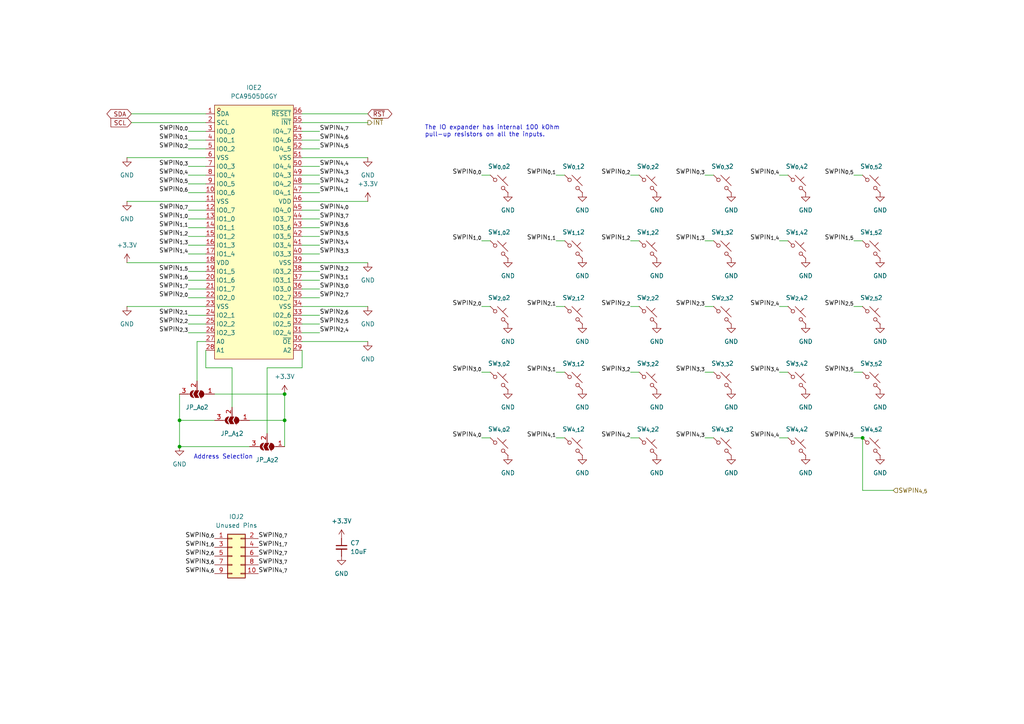
<source format=kicad_sch>
(kicad_sch (version 20250114) (generator "eeschema") (generator_version "9.0")
  (paper "A4")
  (title_block (title "Switches Left Half") (date "2025-08-14") (rev "2") (company "Jakub Hlusička"))
  (lib_symbols
    (symbol "Connector_Generic:Conn_02x05_Odd_Even" (pin_names (offset 1.016) (hide yes))
      (property "Reference" "J" (at 1.27 7.62 0))
      (property "Value" "Conn_02x05_Odd_Even" (at 1.27 -7.62 0))
      (symbol "Conn_02x05_Odd_Even_1_1"
        (rectangle (start -1.27 6.35) (end 3.81 -6.35) (stroke (width 0.254)) (fill (type background)))
        (rectangle (start -1.27 5.207) (end 0 4.953) (stroke (width 0.1524)))
        (rectangle (start -1.27 2.667) (end 0 2.413) (stroke (width 0.1524)))
        (rectangle (start -1.27 0.127) (end 0 -0.127) (stroke (width 0.1524)))
        (rectangle (start -1.27 -2.413) (end 0 -2.667) (stroke (width 0.1524)))
        (rectangle (start -1.27 -4.953) (end 0 -5.207) (stroke (width 0.1524)))
        (rectangle (start 3.81 5.207) (end 2.54 4.953) (stroke (width 0.1524)))
        (rectangle (start 3.81 2.667) (end 2.54 2.413) (stroke (width 0.1524)))
        (rectangle (start 3.81 0.127) (end 2.54 -0.127) (stroke (width 0.1524)))
        (rectangle (start 3.81 -2.413) (end 2.54 -2.667) (stroke (width 0.1524)))
        (rectangle (start 3.81 -4.953) (end 2.54 -5.207) (stroke (width 0.1524)))
        (pin passive line (at -5.08 5.08 0) (length 3.81) (name "Pin_1") (number "1"))
        (pin passive line (at -5.08 2.54 0) (length 3.81) (name "Pin_3") (number "3"))
        (pin passive line (at -5.08 0 0) (length 3.81) (name "Pin_5") (number "5"))
        (pin passive line (at -5.08 -2.54 0) (length 3.81) (name "Pin_7") (number "7"))
        (pin passive line (at -5.08 -5.08 0) (length 3.81) (name "Pin_9") (number "9"))
        (pin passive line (at 7.62 5.08 180) (length 3.81) (name "Pin_2") (number "2"))
        (pin passive line (at 7.62 2.54 180) (length 3.81) (name "Pin_4") (number "4"))
        (pin passive line (at 7.62 0 180) (length 3.81) (name "Pin_6") (number "6"))
        (pin passive line (at 7.62 -2.54 180) (length 3.81) (name "Pin_8") (number "8"))
        (pin passive line (at 7.62 -5.08 180) (length 3.81) (name "Pin_10") (number "10"))
      )
    )
    (symbol "Device:C_Small" (pin_numbers (hide yes)) (pin_names (offset 0.254) (hide yes))
      (property "Reference" "C" (at 0.254 1.778 0))
      (property "Value" "C_Small" (at 0.254 -2.032 0))
      (symbol "C_Small_0_1"
        (polyline (pts (xy -1.524 0.508) (xy 1.524 0.508)) (stroke (width 0.3048)))
        (polyline (pts (xy -1.524 -0.508) (xy 1.524 -0.508)) (stroke (width 0.3302)))
      )
      (symbol "C_Small_1_1"
        (pin passive line (at 0 2.54 270) (length 2.032) (name "~") (number "1"))
        (pin passive line (at 0 -2.54 90) (length 2.032) (name "~") (number "2"))
      )
    )
    (symbol "Library:SolderJumper_3_Open_ArrowPlusMinus" (pin_names (offset 0) (hide yes)) (in_bom no)
      (property "Reference" "JP7" (at 0 3.81 0))
      (property "Value" "CS TFT" (at 0 6.35 0))
      (symbol "SolderJumper_3_Open_ArrowPlusMinus_0_1"
        (polyline (pts (xy -2.54 0) (xy -2.032 0)))
        (arc (start -1.27 1.27) (mid -1.27 1.27) (end -1.27 1.27))
        (arc (start -1.27 1.27) (mid -1.27 1.27) (end -1.27 1.27))
        (polyline (pts (xy -1.016 1.016) (xy -0.508 0) (xy -1.016 -1.016)) (fill (type outline)))
        (arc (start -1.016 -1.016) (mid -2.032 0) (end -1.016 1.016) (fill (type outline)))
        (polyline (pts (xy -0.508 -1.016) (xy 0 0) (xy -0.508 1.016) (xy 0.508 1.016) (xy 1.016 0) (xy 0.508 -1.016) (xy -0.508 -1.016)) (fill (type outline)))
        (polyline (pts (xy 0 -1.27) (xy 0 -1.016)))
        (polyline (pts (xy 1.016 1.016) (xy 1.524 0.762) (xy 1.778 0.508) (xy 2.032 0) (xy 1.778 -0.508) (xy 1.524 -0.762) (xy 1.016 -1.016) (xy 1.524 0) (xy 1.016 1.016)) (fill (type outline)))
        (arc (start 1.016 1.016) (mid 2.032 0) (end 1.016 -1.016))
        (polyline (pts (xy 1.016 -1.016) (xy 1.524 0) (xy 1.016 1.016)))
        (polyline (pts (xy 2.54 0) (xy 2.032 0)))
      )
      (symbol "SolderJumper_3_Open_ArrowPlusMinus_1_1"
        (pin passive line (at -5.08 0 0) (length 2.54) (name "+") (number "1"))
        (pin passive line (at 0 -3.81 90) (length 2.54) (name "C") (number "2"))
        (pin passive line (at 5.08 0 180) (length 2.54) (name "-") (number "3"))
      )
    )
    (symbol "Switch:SW_Push_45deg" (pin_numbers (hide yes)) (pin_names (offset 1.016) (hide yes))
      (property "Reference" "SW" (at 3.048 1.016 0))
      (property "Value" "SW_Push_45deg" (at 0 -3.81 0))
      (symbol "SW_Push_45deg_0_1"
        (polyline (pts (xy -2.54 2.54) (xy -1.524 1.524) (xy -1.524 1.524)))
        (circle (center -1.1684 1.1684) (radius 0.508))
        (polyline (pts (xy -0.508 2.54) (xy 2.54 -0.508)))
        (polyline (pts (xy 1.016 1.016) (xy 2.032 2.032)))
        (circle (center 1.143 -1.1938) (radius 0.508))
        (polyline (pts (xy 1.524 -1.524) (xy 2.54 -2.54) (xy 2.54 -2.54) (xy 2.54 -2.54)))
        (pin passive line (at -2.54 2.54 0) (length 0) (name "1") (number "1"))
        (pin passive line (at 2.54 -2.54 180) (length 0) (name "2") (number "2"))
      )
    )
    (symbol "easyeda2kicad:PCA9505DGGY"
      (property "Reference" "U" (at 0 39.37 0))
      (property "Value" "PCA9505DGGY" (at 0 -39.37 0))
      (symbol "PCA9505DGGY_0_1"
        (rectangle (start -11.43 36.83) (end 11.43 -36.83) (fill (type background)))
        (circle (center -10.16 35.56) (radius 0.38))
      )
      (symbol "PCA9505DGGY_1_1"
        (pin bidirectional line (at -13.97 34.29 0) (length 2.54) (name "SDA") (number "1"))
        (pin input line (at -13.97 31.75 0) (length 2.54) (name "SCL") (number "2"))
        (pin bidirectional line (at -13.97 29.21 0) (length 2.54) (name "IO0_0") (number "3"))
        (pin bidirectional line (at -13.97 26.67 0) (length 2.54) (name "IO0_1") (number "4"))
        (pin bidirectional line (at -13.97 24.13 0) (length 2.54) (name "IO0_2") (number "5"))
        (pin power_in line (at -13.97 21.59 0) (length 2.54) (name "VSS") (number "6"))
        (pin bidirectional line (at -13.97 19.05 0) (length 2.54) (name "IO0_3") (number "7"))
        (pin bidirectional line (at -13.97 16.51 0) (length 2.54) (name "IO0_4") (number "8"))
        (pin bidirectional line (at -13.97 13.97 0) (length 2.54) (name "IO0_5") (number "9"))
        (pin bidirectional line (at -13.97 11.43 0) (length 2.54) (name "IO0_6") (number "10"))
        (pin power_in line (at -13.97 8.89 0) (length 2.54) (name "VSS") (number "11"))
        (pin bidirectional line (at -13.97 6.35 0) (length 2.54) (name "IO0_7") (number "12"))
        (pin bidirectional line (at -13.97 3.81 0) (length 2.54) (name "IO1_0") (number "13"))
        (pin bidirectional line (at -13.97 1.27 0) (length 2.54) (name "IO1_1") (number "14"))
        (pin bidirectional line (at -13.97 -1.27 0) (length 2.54) (name "IO1_2") (number "15"))
        (pin bidirectional line (at -13.97 -3.81 0) (length 2.54) (name "IO1_3") (number "16"))
        (pin bidirectional line (at -13.97 -6.35 0) (length 2.54) (name "IO1_4") (number "17"))
        (pin power_in line (at -13.97 -8.89 0) (length 2.54) (name "VDD") (number "18"))
        (pin bidirectional line (at -13.97 -11.43 0) (length 2.54) (name "IO1_5") (number "19"))
        (pin bidirectional line (at -13.97 -13.97 0) (length 2.54) (name "IO1_6") (number "20"))
        (pin bidirectional line (at -13.97 -16.51 0) (length 2.54) (name "IO1_7") (number "21"))
        (pin bidirectional line (at -13.97 -19.05 0) (length 2.54) (name "IO2_0") (number "22"))
        (pin power_in line (at -13.97 -21.59 0) (length 2.54) (name "VSS") (number "23"))
        (pin bidirectional line (at -13.97 -24.13 0) (length 2.54) (name "IO2_1") (number "24"))
        (pin bidirectional line (at -13.97 -26.67 0) (length 2.54) (name "IO2_2") (number "25"))
        (pin bidirectional line (at -13.97 -29.21 0) (length 2.54) (name "IO2_3") (number "26"))
        (pin input line (at -13.97 -31.75 0) (length 2.54) (name "A0") (number "27"))
        (pin input line (at -13.97 -34.29 0) (length 2.54) (name "A1") (number "28"))
        (pin input line (at 13.97 34.29 180) (length 2.54) (name "~{RESET}") (number "56"))
        (pin open_collector line (at 13.97 31.75 180) (length 2.54) (name "~{INT}") (number "55"))
        (pin bidirectional line (at 13.97 29.21 180) (length 2.54) (name "IO4_7") (number "54"))
        (pin bidirectional line (at 13.97 26.67 180) (length 2.54) (name "IO4_6") (number "53"))
        (pin bidirectional line (at 13.97 24.13 180) (length 2.54) (name "IO4_5") (number "52"))
        (pin power_in line (at 13.97 21.59 180) (length 2.54) (name "VSS") (number "51"))
        (pin bidirectional line (at 13.97 19.05 180) (length 2.54) (name "IO4_4") (number "50"))
        (pin bidirectional line (at 13.97 16.51 180) (length 2.54) (name "IO4_3") (number "49"))
        (pin bidirectional line (at 13.97 13.97 180) (length 2.54) (name "IO4_2") (number "48"))
        (pin bidirectional line (at 13.97 11.43 180) (length 2.54) (name "IO4_1") (number "47"))
        (pin power_in line (at 13.97 8.89 180) (length 2.54) (name "VDD") (number "46"))
        (pin bidirectional line (at 13.97 6.35 180) (length 2.54) (name "IO4_0") (number "45"))
        (pin bidirectional line (at 13.97 3.81 180) (length 2.54) (name "IO3_7") (number "44"))
        (pin bidirectional line (at 13.97 1.27 180) (length 2.54) (name "IO3_6") (number "43"))
        (pin bidirectional line (at 13.97 -1.27 180) (length 2.54) (name "IO3_5") (number "42"))
        (pin bidirectional line (at 13.97 -3.81 180) (length 2.54) (name "IO3_4") (number "41"))
        (pin bidirectional line (at 13.97 -6.35 180) (length 2.54) (name "IO3_3") (number "40"))
        (pin power_in line (at 13.97 -8.89 180) (length 2.54) (name "VSS") (number "39"))
        (pin bidirectional line (at 13.97 -11.43 180) (length 2.54) (name "IO3_2") (number "38"))
        (pin bidirectional line (at 13.97 -13.97 180) (length 2.54) (name "IO3_1") (number "37"))
        (pin bidirectional line (at 13.97 -16.51 180) (length 2.54) (name "IO3_0") (number "36"))
        (pin bidirectional line (at 13.97 -19.05 180) (length 2.54) (name "IO2_7") (number "35"))
        (pin power_in line (at 13.97 -21.59 180) (length 2.54) (name "VSS") (number "34"))
        (pin bidirectional line (at 13.97 -24.13 180) (length 2.54) (name "IO2_6") (number "33"))
        (pin bidirectional line (at 13.97 -26.67 180) (length 2.54) (name "IO2_5") (number "32"))
        (pin bidirectional line (at 13.97 -29.21 180) (length 2.54) (name "IO2_4") (number "31"))
        (pin input line (at 13.97 -31.75 180) (length 2.54) (name "~{OE}") (number "30"))
        (pin input line (at 13.97 -34.29 180) (length 2.54) (name "A2") (number "29"))
      )
    )
    (symbol "power:+3.3V" (power) (pin_numbers (hide yes)) (pin_names (offset 0) (hide yes))
      (property "Value" "+3.3V" (at 0 3.556 0))
      (symbol "+3.3V_0_1"
        (polyline (pts (xy -0.762 1.27) (xy 0 2.54)))
        (polyline (pts (xy 0 2.54) (xy 0.762 1.27)))
        (polyline (pts (xy 0 0) (xy 0 2.54)))
      )
      (symbol "+3.3V_1_1"
        (pin power_in line (at 0 0 90) (length 0) (name "~") (number "1"))
      )
    )
    (symbol "power:GND" (power) (pin_numbers (hide yes)) (pin_names (offset 0) (hide yes))
      (property "Value" "GND" (at 0 -3.81 0))
      (symbol "GND_0_1"
        (polyline (pts (xy 0 0) (xy 0 -1.27) (xy 1.27 -1.27) (xy 0 -2.54) (xy -1.27 -1.27) (xy 0 -1.27)))
      )
      (symbol "GND_1_1"
        (pin power_in line (at 0 0 270) (length 0) (name "~") (number "1"))
      )
    )
  )
  (text "Address Selection" (at 64.77 132.588 0) (effects (font (size 1.27 1.27))))
  (text "The IO expander has internal 100 kOhm\npull-up resistors on all the inputs." (at 123.19 38.1 0) (effects (font (size 1.27 1.27)) (justify left)))
  (junction (at 250.19 127))
  (junction (at 82.55 121.92))
  (junction (at 52.07 129.54))
  (junction (at 52.07 121.92))
  (junction (at 82.55 114.3))
  (wire (pts (xy 106.68 99.06) (xy 87.63 99.06)))
  (wire (pts (xy 54.61 38.1) (xy 59.69 38.1)))
  (wire (pts (xy 182.88 88.9) (xy 185.42 88.9)))
  (wire (pts (xy 92.71 40.64) (xy 87.63 40.64)))
  (wire (pts (xy 54.61 60.96) (xy 59.69 60.96)))
  (wire (pts (xy 54.61 43.18) (xy 59.69 43.18)))
  (wire (pts (xy 54.61 73.66) (xy 59.69 73.66)))
  (wire (pts (xy 87.63 101.6) (xy 87.63 106.68)))
  (wire (pts (xy 139.7 88.9) (xy 142.24 88.9)))
  (wire (pts (xy 92.71 73.66) (xy 87.63 73.66)))
  (wire (pts (xy 92.71 63.5) (xy 87.63 63.5)))
  (wire (pts (xy 182.88 69.85) (xy 185.42 69.85)))
  (wire (pts (xy 139.7 127) (xy 142.24 127)))
  (wire (pts (xy 92.71 38.1) (xy 87.63 38.1)))
  (wire (pts (xy 54.61 68.58) (xy 59.69 68.58)))
  (wire (pts (xy 62.23 114.3) (xy 82.55 114.3)))
  (wire (pts (xy 92.71 50.8) (xy 87.63 50.8)))
  (wire (pts (xy 92.71 81.28) (xy 87.63 81.28)))
  (wire (pts (xy 87.63 35.56) (xy 106.68 35.56)))
  (wire (pts (xy 36.83 76.2) (xy 59.69 76.2)))
  (wire (pts (xy 226.06 88.9) (xy 228.6 88.9)))
  (wire (pts (xy 77.47 125.73) (xy 77.47 106.68)))
  (wire (pts (xy 38.1 33.02) (xy 59.69 33.02)))
  (wire (pts (xy 54.61 66.04) (xy 59.69 66.04)))
  (wire (pts (xy 67.31 106.68) (xy 67.31 118.11)))
  (wire (pts (xy 92.71 86.36) (xy 87.63 86.36)))
  (wire (pts (xy 92.71 68.58) (xy 87.63 68.58)))
  (wire (pts (xy 204.47 107.95) (xy 207.01 107.95)))
  (wire (pts (xy 92.71 71.12) (xy 87.63 71.12)))
  (wire (pts (xy 38.1 35.56) (xy 59.69 35.56)))
  (wire (pts (xy 72.39 121.92) (xy 82.55 121.92)))
  (wire (pts (xy 161.29 50.8) (xy 163.83 50.8)))
  (wire (pts (xy 52.07 114.3) (xy 52.07 121.92)))
  (wire (pts (xy 250.19 142.24) (xy 259.08 142.24)))
  (wire (pts (xy 226.06 50.8) (xy 228.6 50.8)))
  (wire (pts (xy 92.71 93.98) (xy 87.63 93.98)))
  (wire (pts (xy 87.63 33.02) (xy 106.68 33.02)))
  (wire (pts (xy 54.61 91.44) (xy 59.69 91.44)))
  (wire (pts (xy 226.06 107.95) (xy 228.6 107.95)))
  (wire (pts (xy 92.71 83.82) (xy 87.63 83.82)))
  (wire (pts (xy 87.63 45.72) (xy 106.68 45.72)))
  (wire (pts (xy 92.71 43.18) (xy 87.63 43.18)))
  (wire (pts (xy 247.65 88.9) (xy 250.19 88.9)))
  (wire (pts (xy 59.69 106.68) (xy 67.31 106.68)))
  (wire (pts (xy 54.61 71.12) (xy 59.69 71.12)))
  (wire (pts (xy 247.65 127) (xy 250.19 127)))
  (wire (pts (xy 52.07 129.54) (xy 72.39 129.54)))
  (wire (pts (xy 54.61 78.74) (xy 59.69 78.74)))
  (wire (pts (xy 54.61 40.64) (xy 59.69 40.64)))
  (wire (pts (xy 204.47 50.8) (xy 207.01 50.8)))
  (wire (pts (xy 54.61 48.26) (xy 59.69 48.26)))
  (wire (pts (xy 182.88 50.8) (xy 185.42 50.8)))
  (wire (pts (xy 139.7 50.8) (xy 142.24 50.8)))
  (wire (pts (xy 87.63 76.2) (xy 106.68 76.2)))
  (wire (pts (xy 247.65 69.85) (xy 250.19 69.85)))
  (wire (pts (xy 247.65 50.8) (xy 250.19 50.8)))
  (wire (pts (xy 52.07 121.92) (xy 52.07 129.54)))
  (wire (pts (xy 139.7 107.95) (xy 142.24 107.95)))
  (wire (pts (xy 161.29 88.9) (xy 163.83 88.9)))
  (wire (pts (xy 92.71 60.96) (xy 87.63 60.96)))
  (wire (pts (xy 54.61 63.5) (xy 59.69 63.5)))
  (wire (pts (xy 226.06 69.85) (xy 228.6 69.85)))
  (wire (pts (xy 82.55 114.3) (xy 82.55 121.92)))
  (wire (pts (xy 54.61 93.98) (xy 59.69 93.98)))
  (wire (pts (xy 182.88 127) (xy 185.42 127)))
  (wire (pts (xy 77.47 106.68) (xy 87.63 106.68)))
  (wire (pts (xy 87.63 88.9) (xy 106.68 88.9)))
  (wire (pts (xy 204.47 127) (xy 207.01 127)))
  (wire (pts (xy 59.69 101.6) (xy 59.69 106.68)))
  (wire (pts (xy 87.63 58.42) (xy 106.68 58.42)))
  (wire (pts (xy 36.83 58.42) (xy 59.69 58.42)))
  (wire (pts (xy 226.06 127) (xy 228.6 127)))
  (wire (pts (xy 161.29 107.95) (xy 163.83 107.95)))
  (wire (pts (xy 36.83 45.72) (xy 59.69 45.72)))
  (wire (pts (xy 54.61 96.52) (xy 59.69 96.52)))
  (wire (pts (xy 54.61 83.82) (xy 59.69 83.82)))
  (wire (pts (xy 139.7 69.85) (xy 142.24 69.85)))
  (wire (pts (xy 182.88 107.95) (xy 185.42 107.95)))
  (wire (pts (xy 92.71 91.44) (xy 87.63 91.44)))
  (wire (pts (xy 92.71 66.04) (xy 87.63 66.04)))
  (wire (pts (xy 92.71 55.88) (xy 87.63 55.88)))
  (wire (pts (xy 36.83 88.9) (xy 59.69 88.9)))
  (wire (pts (xy 161.29 69.85) (xy 163.83 69.85)))
  (wire (pts (xy 54.61 86.36) (xy 59.69 86.36)))
  (wire (pts (xy 59.69 99.06) (xy 57.15 99.06)))
  (wire (pts (xy 52.07 121.92) (xy 62.23 121.92)))
  (wire (pts (xy 92.71 53.34) (xy 87.63 53.34)))
  (wire (pts (xy 82.55 121.92) (xy 82.55 129.54)))
  (wire (pts (xy 204.47 69.85) (xy 207.01 69.85)))
  (wire (pts (xy 161.29 127) (xy 163.83 127)))
  (wire (pts (xy 247.65 107.95) (xy 250.19 107.95)))
  (wire (pts (xy 57.15 99.06) (xy 57.15 110.49)))
  (wire (pts (xy 54.61 50.8) (xy 59.69 50.8)))
  (wire (pts (xy 92.71 78.74) (xy 87.63 78.74)))
  (wire (pts (xy 54.61 53.34) (xy 59.69 53.34)))
  (wire (pts (xy 204.47 88.9) (xy 207.01 88.9)))
  (wire (pts (xy 54.61 55.88) (xy 59.69 55.88)))
  (wire (pts (xy 92.71 48.26) (xy 87.63 48.26)))
  (wire (pts (xy 54.61 81.28) (xy 59.69 81.28)))
  (wire (pts (xy 250.19 127) (xy 250.19 142.24)))
  (wire (pts (xy 92.71 96.52) (xy 87.63 96.52)))
  (label "SWPIN_{3,1}" (at 161.29 107.95 180))
  (label "SWPIN_{0,3}" (at 204.47 50.8 180))
  (label "SWPIN_{3,2}" (at 92.71 78.74 0))
  (label "SWPIN_{0,7}" (at 74.93 156.21 0))
  (label "SWPIN_{4,5}" (at 247.65 127 180))
  (label "SWPIN_{4,6}" (at 62.23 166.37 180))
  (label "SWPIN_{2,7}" (at 92.71 86.36 0))
  (label "SWPIN_{2,1}" (at 54.61 91.44 180))
  (label "SWPIN_{2,7}" (at 74.93 161.29 0))
  (label "SWPIN_{3,5}" (at 247.65 107.95 180))
  (label "SWPIN_{2,4}" (at 226.06 88.9 180))
  (label "SWPIN_{0,6}" (at 54.61 55.88 180))
  (label "SWPIN_{4,4}" (at 226.06 127 180))
  (label "SWPIN_{3,0}" (at 92.71 83.82 0))
  (label "SWPIN_{0,2}" (at 182.88 50.8 180))
  (label "SWPIN_{1,1}" (at 54.61 66.04 180))
  (label "SWPIN_{4,2}" (at 182.88 127 180))
  (label "SWPIN_{2,2}" (at 54.61 93.98 180))
  (label "SWPIN_{3,3}" (at 92.71 73.66 0))
  (label "SWPIN_{1,4}" (at 54.61 73.66 180))
  (label "SWPIN_{4,6}" (at 92.71 40.64 0))
  (label "SWPIN_{2,0}" (at 54.61 86.36 180))
  (label "SWPIN_{1,7}" (at 74.93 158.75 0))
  (label "SWPIN_{0,6}" (at 62.23 156.21 180))
  (label "SWPIN_{1,1}" (at 161.29 69.85 180))
  (label "SWPIN_{1,6}" (at 54.61 81.28 180))
  (label "SWPIN_{1,2}" (at 182.88 69.85 180))
  (label "SWPIN_{4,7}" (at 74.93 166.37 0))
  (label "SWPIN_{0,3}" (at 54.61 48.26 180))
  (label "SWPIN_{2,3}" (at 204.47 88.9 180))
  (label "SWPIN_{0,0}" (at 139.7 50.8 180))
  (label "SWPIN_{3,0}" (at 139.7 107.95 180))
  (label "SWPIN_{3,3}" (at 204.47 107.95 180))
  (label "SWPIN_{0,1}" (at 54.61 40.64 180))
  (label "SWPIN_{3,7}" (at 74.93 163.83 0))
  (label "SWPIN_{2,2}" (at 182.88 88.9 180))
  (label "SWPIN_{0,4}" (at 226.06 50.8 180))
  (label "SWPIN_{0,5}" (at 54.61 53.34 180))
  (label "SWPIN_{0,1}" (at 161.29 50.8 180))
  (label "SWPIN_{2,6}" (at 92.71 91.44 0))
  (label "SWPIN_{4,0}" (at 92.71 60.96 0))
  (label "SWPIN_{1,4}" (at 226.06 69.85 180))
  (label "SWPIN_{1,3}" (at 54.61 71.12 180))
  (label "SWPIN_{1,2}" (at 54.61 68.58 180))
  (label "SWPIN_{3,4}" (at 92.71 71.12 0))
  (label "SWPIN_{4,3}" (at 204.47 127 180))
  (label "SWPIN_{4,3}" (at 92.71 50.8 0))
  (label "SWPIN_{2,0}" (at 139.7 88.9 180))
  (label "SWPIN_{1,5}" (at 247.65 69.85 180))
  (label "SWPIN_{2,5}" (at 92.71 93.98 0))
  (label "SWPIN_{3,1}" (at 92.71 81.28 0))
  (label "SWPIN_{3,5}" (at 92.71 68.58 0))
  (label "SWPIN_{4,1}" (at 92.71 55.88 0))
  (label "SWPIN_{3,2}" (at 182.88 107.95 180))
  (label "SWPIN_{2,5}" (at 247.65 88.9 180))
  (label "SWPIN_{1,3}" (at 204.47 69.85 180))
  (label "SWPIN_{4,1}" (at 161.29 127 180))
  (label "SWPIN_{3,4}" (at 226.06 107.95 180))
  (label "SWPIN_{2,4}" (at 92.71 96.52 0))
  (label "SWPIN_{2,3}" (at 54.61 96.52 180))
  (label "SWPIN_{1,6}" (at 62.23 158.75 180))
  (label "SWPIN_{4,4}" (at 92.71 48.26 0))
  (label "SWPIN_{3,6}" (at 92.71 66.04 0))
  (label "SWPIN_{3,6}" (at 62.23 163.83 180))
  (label "SWPIN_{4,2}" (at 92.71 53.34 0))
  (label "SWPIN_{2,1}" (at 161.29 88.9 180))
  (label "SWPIN_{1,0}" (at 139.7 69.85 180))
  (label "SWPIN_{0,5}" (at 247.65 50.8 180))
  (label "SWPIN_{0,7}" (at 54.61 60.96 180))
  (label "SWPIN_{4,7}" (at 92.71 38.1 0))
  (label "SWPIN_{1,0}" (at 54.61 63.5 180))
  (label "SWPIN_{0,2}" (at 54.61 43.18 180))
  (label "SWPIN_{4,0}" (at 139.7 127 180))
  (label "SWPIN_{0,4}" (at 54.61 50.8 180))
  (label "SWPIN_{3,7}" (at 92.71 63.5 0))
  (label "SWPIN_{0,0}" (at 54.61 38.1 180))
  (label "SWPIN_{1,5}" (at 54.61 78.74 180))
  (label "SWPIN_{1,7}" (at 54.61 83.82 180))
  (label "SWPIN_{2,6}" (at 62.23 161.29 180))
  (label "SWPIN_{4,5}" (at 92.71 43.18 0))
  (global_label "SCL" (shape input) (at 38.1 35.56 180) (property "Intersheetrefs" "${INTERSHEET_REFS}" (effects (hide yes))))
  (global_label "SDA" (shape bidirectional) (at 38.1 33.02 180) (property "Intersheetrefs" "${INTERSHEET_REFS}" (effects (hide yes))))
  (global_label "~{RST}" (shape bidirectional) (at 106.68 33.02 0) (property "Intersheetrefs" "${INTERSHEET_REFS}" (effects (hide yes))))
  (hierarchical_label "~{INT}" (shape output) (at 106.68 35.56 0))
  (hierarchical_label "SWPIN_{4,5}" (shape input) (at 259.08 142.24 0))
  (symbol (lib_id "power:GND") (at 212.09 93.98 0) (unit 1)
    (property "Reference" "#PWR077" (effects (hide yes)))
    (property "Value" "GND" (at 212.09 99.06 0))
    (property "Description" "Power symbol creates a global label with name \"GND\" , ground" (effects (hide yes)))
    (instances (project "acid" (path "" (reference "#PWR032") (unit 1)) (path "" (reference "#PWR077") (unit 1))))
  )
  (symbol (lib_id "Switch:SW_Push_45deg") (at 187.96 129.54 0) (unit 1)
    (property "Reference" "SW_{4,2}1" (at 187.96 124.46 0))
    (property "Value" "SW_Push_45deg" (effects (hide yes)))
    (property "Footprint" "MX_Hotswap:MX-Hotswap-1U" (effects (hide yes)))
    (property "Description" "Push button switch, normally open, two pins, 45° tilted" (effects (hide yes)))
    (instances (project "acid" (path "" (reference "SW_{4,2}2") (unit 1)) (path "" (reference "SW_{4,2}1") (unit 1))))
  )
  (symbol (lib_id "power:GND") (at 255.27 113.03 0) (unit 1)
    (property "Reference" "#PWR088" (effects (hide yes)))
    (property "Value" "GND" (at 255.27 118.11 0))
    (property "Description" "Power symbol creates a global label with name \"GND\" , ground" (effects (hide yes)))
    (instances (project "acid" (path "" (reference "#PWR040") (unit 1)) (path "" (reference "#PWR088") (unit 1))))
  )
  (symbol (lib_id "Switch:SW_Push_45deg") (at 231.14 53.34 0) (unit 1)
    (property "Reference" "SW_{0,4}1" (at 231.14 48.26 0))
    (property "Value" "SW_Push_45deg" (effects (hide yes)))
    (property "Footprint" "MX_Hotswap:MX-Hotswap-1U" (effects (hide yes)))
    (property "Description" "Push button switch, normally open, two pins, 45° tilted" (effects (hide yes)))
    (instances (project "acid" (path "" (reference "SW_{0,4}2") (unit 1)) (path "" (reference "SW_{0,4}1") (unit 1))))
  )
  (symbol (lib_id "power:GND") (at 190.5 132.08 0) (unit 1)
    (property "Reference" "#PWR074" (effects (hide yes)))
    (property "Value" "GND" (at 190.5 137.16 0))
    (property "Description" "Power symbol creates a global label with name \"GND\" , ground" (effects (hide yes)))
    (instances (project "acid" (path "" (reference "#PWR043") (unit 1)) (path "" (reference "#PWR074") (unit 1))))
  )
  (symbol (lib_id "power:GND") (at 190.5 55.88 0) (unit 1)
    (property "Reference" "#PWR070" (effects (hide yes)))
    (property "Value" "GND" (at 190.5 60.96 0))
    (property "Description" "Power symbol creates a global label with name \"GND\" , ground" (effects (hide yes)))
    (instances (project "acid" (path "" (reference "#PWR019") (unit 1)) (path "" (reference "#PWR070") (unit 1))))
  )
  (symbol (lib_id "Switch:SW_Push_45deg") (at 209.55 53.34 0) (unit 1)
    (property "Reference" "SW_{0,3}1" (at 209.55 48.26 0))
    (property "Value" "SW_Push_45deg" (effects (hide yes)))
    (property "Footprint" "MX_Hotswap:MX-Hotswap-1U" (effects (hide yes)))
    (property "Description" "Push button switch, normally open, two pins, 45° tilted" (effects (hide yes)))
    (instances (project "acid" (path "" (reference "SW_{0,3}2") (unit 1)) (path "" (reference "SW_{0,3}1") (unit 1))))
  )
  (symbol (lib_id "Switch:SW_Push_45deg") (at 166.37 110.49 0) (unit 1)
    (property "Reference" "SW_{3,1}1" (at 166.37 105.41 0))
    (property "Value" "SW_Push_45deg" (effects (hide yes)))
    (property "Footprint" "MX_Hotswap:MX-Hotswap-1U" (effects (hide yes)))
    (property "Description" "Push button switch, normally open, two pins, 45° tilted" (effects (hide yes)))
    (instances (project "acid" (path "" (reference "SW_{3,1}2") (unit 1)) (path "" (reference "SW_{3,1}1") (unit 1))))
  )
  (symbol (lib_id "power:GND") (at 106.68 45.72 0) (unit 1)
    (property "Reference" "#PWR055" (effects (hide yes)))
    (property "Value" "GND" (at 106.68 50.8 0))
    (property "Description" "Power symbol creates a global label with name \"GND\" , ground" (effects (hide yes)))
    (instances (project "acid" (path "" (reference "#PWR015") (unit 1)) (path "" (reference "#PWR055") (unit 1))))
  )
  (symbol (lib_id "Switch:SW_Push_45deg") (at 231.14 110.49 0) (unit 1)
    (property "Reference" "SW_{3,4}1" (at 231.14 105.41 0))
    (property "Value" "SW_Push_45deg" (effects (hide yes)))
    (property "Footprint" "MX_Hotswap:MX-Hotswap-1U" (effects (hide yes)))
    (property "Description" "Push button switch, normally open, two pins, 45° tilted" (effects (hide yes)))
    (instances (project "acid" (path "" (reference "SW_{3,4}2") (unit 1)) (path "" (reference "SW_{3,4}1") (unit 1))))
  )
  (symbol (lib_id "power:GND") (at 255.27 93.98 0) (unit 1)
    (property "Reference" "#PWR087" (effects (hide yes)))
    (property "Value" "GND" (at 255.27 99.06 0))
    (property "Description" "Power symbol creates a global label with name \"GND\" , ground" (effects (hide yes)))
    (instances (project "acid" (path "" (reference "#PWR034") (unit 1)) (path "" (reference "#PWR087") (unit 1))))
  )
  (symbol (lib_id "power:GND") (at 190.5 113.03 0) (unit 1)
    (property "Reference" "#PWR073" (effects (hide yes)))
    (property "Value" "GND" (at 190.5 118.11 0))
    (property "Description" "Power symbol creates a global label with name \"GND\" , ground" (effects (hide yes)))
    (instances (project "acid" (path "" (reference "#PWR037") (unit 1)) (path "" (reference "#PWR073") (unit 1))))
  )
  (symbol (lib_id "Switch:SW_Push_45deg") (at 166.37 53.34 0) (unit 1)
    (property "Reference" "SW_{0,1}1" (at 166.37 48.26 0))
    (property "Value" "SW_Push_45deg" (effects (hide yes)))
    (property "Footprint" "MX_Hotswap:MX-Hotswap-1U" (effects (hide yes)))
    (property "Description" "Push button switch, normally open, two pins, 45° tilted" (effects (hide yes)))
    (instances (project "acid" (path "" (reference "SW_{0,1}2") (unit 1)) (path "" (reference "SW_{0,1}1") (unit 1))))
  )
  (symbol (lib_id "power:GND") (at 168.91 55.88 0) (unit 1)
    (property "Reference" "#PWR065" (effects (hide yes)))
    (property "Value" "GND" (at 168.91 60.96 0))
    (property "Description" "Power symbol creates a global label with name \"GND\" , ground" (effects (hide yes)))
    (instances (project "acid" (path "" (reference "#PWR018") (unit 1)) (path "" (reference "#PWR065") (unit 1))))
  )
  (symbol (lib_id "Switch:SW_Push_45deg") (at 166.37 129.54 0) (unit 1)
    (property "Reference" "SW_{4,1}1" (at 166.37 124.46 0))
    (property "Value" "SW_Push_45deg" (effects (hide yes)))
    (property "Footprint" "MX_Hotswap:MX-Hotswap-1U" (effects (hide yes)))
    (property "Description" "Push button switch, normally open, two pins, 45° tilted" (effects (hide yes)))
    (instances (project "acid" (path "" (reference "SW_{4,1}2") (unit 1)) (path "" (reference "SW_{4,1}1") (unit 1))))
  )
  (symbol (lib_id "Switch:SW_Push_45deg") (at 231.14 91.44 0) (unit 1)
    (property "Reference" "SW_{2,4}1" (at 231.14 86.36 0))
    (property "Value" "SW_Push_45deg" (effects (hide yes)))
    (property "Footprint" "MX_Hotswap:MX-Hotswap-1U" (effects (hide yes)))
    (property "Description" "Push button switch, normally open, two pins, 45° tilted" (effects (hide yes)))
    (instances (project "acid" (path "" (reference "SW_{2,4}2") (unit 1)) (path "" (reference "SW_{2,4}1") (unit 1))))
  )
  (symbol (lib_id "power:GND") (at 212.09 74.93 0) (unit 1)
    (property "Reference" "#PWR076" (effects (hide yes)))
    (property "Value" "GND" (at 212.09 80.01 0))
    (property "Description" "Power symbol creates a global label with name \"GND\" , ground" (effects (hide yes)))
    (instances (project "acid" (path "" (reference "#PWR026") (unit 1)) (path "" (reference "#PWR076") (unit 1))))
  )
  (symbol (lib_id "power:GND") (at 106.68 76.2 0) (unit 1)
    (property "Reference" "#PWR057" (effects (hide yes)))
    (property "Value" "GND" (at 106.68 81.28 0))
    (property "Description" "Power symbol creates a global label with name \"GND\" , ground" (effects (hide yes)))
    (instances (project "acid" (path "" (reference "#PWR014") (unit 1)) (path "" (reference "#PWR057") (unit 1))))
  )
  (symbol (lib_id "power:GND") (at 212.09 132.08 0) (unit 1)
    (property "Reference" "#PWR079" (effects (hide yes)))
    (property "Value" "GND" (at 212.09 137.16 0))
    (property "Description" "Power symbol creates a global label with name \"GND\" , ground" (effects (hide yes)))
    (instances (project "acid" (path "" (reference "#PWR044") (unit 1)) (path "" (reference "#PWR079") (unit 1))))
  )
  (symbol (lib_id "power:GND") (at 255.27 74.93 0) (unit 1)
    (property "Reference" "#PWR086" (effects (hide yes)))
    (property "Value" "GND" (at 255.27 80.01 0))
    (property "Description" "Power symbol creates a global label with name \"GND\" , ground" (effects (hide yes)))
    (instances (project "acid" (path "" (reference "#PWR028") (unit 1)) (path "" (reference "#PWR086") (unit 1))))
  )
  (symbol (lib_id "power:GND") (at 106.68 88.9 0) (unit 1)
    (property "Reference" "#PWR058" (effects (hide yes)))
    (property "Value" "GND" (at 106.68 93.98 0))
    (property "Description" "Power symbol creates a global label with name \"GND\" , ground" (effects (hide yes)))
    (instances (project "acid" (path "" (reference "#PWR013") (unit 1)) (path "" (reference "#PWR058") (unit 1))))
  )
  (symbol (lib_id "Switch:SW_Push_45deg") (at 252.73 110.49 0) (unit 1)
    (property "Reference" "SW_{3,5}1" (at 252.73 105.41 0))
    (property "Value" "SW_Push_45deg" (effects (hide yes)))
    (property "Footprint" "MX_Hotswap:MX-Hotswap-1U" (effects (hide yes)))
    (property "Description" "Push button switch, normally open, two pins, 45° tilted" (effects (hide yes)))
    (instances (project "acid" (path "" (reference "SW_{3,5}2") (unit 1)) (path "" (reference "SW_{3,5}1") (unit 1))))
  )
  (symbol (lib_id "power:GND") (at 212.09 55.88 0) (unit 1)
    (property "Reference" "#PWR075" (effects (hide yes)))
    (property "Value" "GND" (at 212.09 60.96 0))
    (property "Description" "Power symbol creates a global label with name \"GND\" , ground" (effects (hide yes)))
    (instances (project "acid" (path "" (reference "#PWR020") (unit 1)) (path "" (reference "#PWR075") (unit 1))))
  )
  (symbol (lib_id "power:GND") (at 36.83 58.42 0) (unit 1)
    (property "Reference" "#PWR049" (effects (hide yes)))
    (property "Value" "GND" (at 36.83 63.5 0))
    (property "Description" "Power symbol creates a global label with name \"GND\" , ground" (effects (hide yes)))
    (instances (project "acid" (path "" (reference "#PWR011") (unit 1)) (path "" (reference "#PWR049") (unit 1))))
  )
  (symbol (lib_id "Switch:SW_Push_45deg") (at 209.55 129.54 0) (unit 1)
    (property "Reference" "SW_{4,3}1" (at 209.55 124.46 0))
    (property "Value" "SW_Push_45deg" (effects (hide yes)))
    (property "Footprint" "MX_Hotswap:MX-Hotswap-1U" (effects (hide yes)))
    (property "Description" "Push button switch, normally open, two pins, 45° tilted" (effects (hide yes)))
    (instances (project "acid" (path "" (reference "SW_{4,3}2") (unit 1)) (path "" (reference "SW_{4,3}1") (unit 1))))
  )
  (symbol (lib_id "power:GND") (at 99.06 161.29 0) (unit 1)
    (property "Reference" "#PWR0116" (effects (hide yes)))
    (property "Value" "GND" (at 99.06 166.37 0))
    (property "Description" "Power symbol creates a global label with name \"GND\" , ground" (effects (hide yes)))
    (instances (project "acid" (path "" (reference "#PWR0117") (unit 1)) (path "" (reference "#PWR0116") (unit 1))))
  )
  (symbol (lib_id "power:GND") (at 36.83 45.72 0) (unit 1)
    (property "Reference" "#PWR048" (effects (hide yes)))
    (property "Value" "GND" (at 36.83 50.8 0))
    (property "Description" "Power symbol creates a global label with name \"GND\" , ground" (effects (hide yes)))
    (instances (project "" (path "" (reference "#PWR0109") (unit 1)) (path "" (reference "#PWR048") (unit 1))))
  )
  (symbol (lib_id "power:GND") (at 106.68 99.06 0) (unit 1)
    (property "Reference" "#PWR059" (effects (hide yes)))
    (property "Value" "GND" (at 106.68 104.14 0))
    (property "Description" "Power symbol creates a global label with name \"GND\" , ground" (effects (hide yes)))
    (instances (project "acid" (path "" (reference "#PWR047") (unit 1)) (path "" (reference "#PWR059") (unit 1))))
  )
  (symbol (lib_id "power:GND") (at 147.32 74.93 0) (unit 1)
    (property "Reference" "#PWR061" (effects (hide yes)))
    (property "Value" "GND" (at 147.32 80.01 0))
    (property "Description" "Power symbol creates a global label with name \"GND\" , ground" (effects (hide yes)))
    (instances (project "acid" (path "" (reference "#PWR023") (unit 1)) (path "" (reference "#PWR061") (unit 1))))
  )
  (symbol (lib_id "Switch:SW_Push_45deg") (at 187.96 53.34 0) (unit 1)
    (property "Reference" "SW_{0,2}1" (at 187.96 48.26 0))
    (property "Value" "SW_Push_45deg" (effects (hide yes)))
    (property "Footprint" "MX_Hotswap:MX-Hotswap-1U" (effects (hide yes)))
    (property "Description" "Push button switch, normally open, two pins, 45° tilted" (effects (hide yes)))
    (instances (project "acid" (path "" (reference "SW_{0,2}2") (unit 1)) (path "" (reference "SW_{0,2}1") (unit 1))))
  )
  (symbol (lib_id "power:+3.3V") (at 106.68 58.42 0) (unit 1)
    (property "Reference" "#PWR056" (effects (hide yes)))
    (property "Value" "+3.3V" (at 106.68 53.34 0))
    (property "Description" "Power symbol creates a global label with name \"+3.3V\"" (effects (hide yes)))
    (instances (project "acid" (path "" (reference "#PWR017") (unit 1)) (path "" (reference "#PWR056") (unit 1))))
  )
  (symbol (lib_id "Switch:SW_Push_45deg") (at 209.55 72.39 0) (unit 1)
    (property "Reference" "SW_{1,3}1" (at 209.55 67.31 0))
    (property "Value" "SW_Push_45deg" (effects (hide yes)))
    (property "Footprint" "MX_Hotswap:MX-Hotswap-1U" (effects (hide yes)))
    (property "Description" "Push button switch, normally open, two pins, 45° tilted" (effects (hide yes)))
    (instances (project "acid" (path "" (reference "SW_{1,3}2") (unit 1)) (path "" (reference "SW_{1,3}1") (unit 1))))
  )
  (symbol (lib_id "power:GND") (at 147.32 55.88 0) (unit 1)
    (property "Reference" "#PWR060" (effects (hide yes)))
    (property "Value" "GND" (at 147.32 60.96 0))
    (property "Description" "Power symbol creates a global label with name \"GND\" , ground" (effects (hide yes)))
    (instances (project "" (path "" (reference "#PWR0107") (unit 1)) (path "" (reference "#PWR060") (unit 1))))
  )
  (symbol (lib_id "power:+3.3V") (at 82.55 114.3 0) (unit 1)
    (property "Reference" "#PWR053" (effects (hide yes)))
    (property "Value" "+3.3V" (at 82.55 109.22 0))
    (property "Description" "Power symbol creates a global label with name \"+3.3V\"" (effects (hide yes)))
    (instances (project "" (path "" (reference "#PWR0104") (unit 1)) (path "" (reference "#PWR053") (unit 1))))
  )
  (symbol (lib_id "Switch:SW_Push_45deg") (at 209.55 91.44 0) (unit 1)
    (property "Reference" "SW_{2,3}1" (at 209.55 86.36 0))
    (property "Value" "SW_Push_45deg" (effects (hide yes)))
    (property "Footprint" "MX_Hotswap:MX-Hotswap-1U" (effects (hide yes)))
    (property "Description" "Push button switch, normally open, two pins, 45° tilted" (effects (hide yes)))
    (instances (project "acid" (path "" (reference "SW_{2,3}2") (unit 1)) (path "" (reference "SW_{2,3}1") (unit 1))))
  )
  (symbol (lib_id "Device:C_Small") (at 99.06 158.75 0) (unit 1)
    (property "Reference" "C6" (at 101.6 157.4862 0) (effects (justify left)))
    (property "Value" "10uF" (at 101.6 160.0262 0) (effects (justify left)))
    (property "Footprint" "Capacitor_SMD:C_0603_1608Metric" (effects (hide yes)))
    (property "Description" "Unpolarized capacitor, small symbol" (effects (hide yes)))
    (instances (project "" (path "" (reference "C7") (unit 1)) (path "" (reference "C6") (unit 1))))
  )
  (symbol (lib_id "Switch:SW_Push_45deg") (at 144.78 91.44 0) (unit 1)
    (property "Reference" "SW_{2,0}1" (at 144.78 86.36 0))
    (property "Value" "SW_Push_45deg" (effects (hide yes)))
    (property "Footprint" "MX_Hotswap:MX-Hotswap-1U" (effects (hide yes)))
    (property "Description" "Push button switch, normally open, two pins, 45° tilted" (effects (hide yes)))
    (instances (project "acid" (path "" (reference "SW_{2,0}2") (unit 1)) (path "" (reference "SW_{2,0}1") (unit 1))))
  )
  (symbol (lib_id "easyeda2kicad:PCA9505DGGY") (at 73.66 67.31 0) (unit 1)
    (property "Reference" "IOE1" (at 73.66 25.4 0))
    (property "Value" "PCA9505DGGY" (at 73.66 27.94 0))
    (property "Footprint" "easyeda2kicad:TSSOP-56_L14.0-W6.1-P0.50-LS8.1-BL" (effects (hide yes)))
    (property "LCSC Part" "C3194497" (effects (hide yes)))
    (instances (project "" (path "" (reference "IOE2") (unit 1)) (path "" (reference "IOE1") (unit 1))))
  )
  (symbol (lib_id "power:GND") (at 168.91 93.98 0) (unit 1)
    (property "Reference" "#PWR067" (effects (hide yes)))
    (property "Value" "GND" (at 168.91 99.06 0))
    (property "Description" "Power symbol creates a global label with name \"GND\" , ground" (effects (hide yes)))
    (instances (project "acid" (path "" (reference "#PWR030") (unit 1)) (path "" (reference "#PWR067") (unit 1))))
  )
  (symbol (lib_id "power:GND") (at 233.68 132.08 0) (unit 1)
    (property "Reference" "#PWR084" (effects (hide yes)))
    (property "Value" "GND" (at 233.68 137.16 0))
    (property "Description" "Power symbol creates a global label with name \"GND\" , ground" (effects (hide yes)))
    (instances (project "acid" (path "" (reference "#PWR045") (unit 1)) (path "" (reference "#PWR084") (unit 1))))
  )
  (symbol (lib_id "power:GND") (at 147.32 93.98 0) (unit 1)
    (property "Reference" "#PWR062" (effects (hide yes)))
    (property "Value" "GND" (at 147.32 99.06 0))
    (property "Description" "Power symbol creates a global label with name \"GND\" , ground" (effects (hide yes)))
    (instances (project "acid" (path "" (reference "#PWR029") (unit 1)) (path "" (reference "#PWR062") (unit 1))))
  )
  (symbol (lib_id "Switch:SW_Push_45deg") (at 187.96 110.49 0) (unit 1)
    (property "Reference" "SW_{3,2}1" (at 187.96 105.41 0))
    (property "Value" "SW_Push_45deg" (effects (hide yes)))
    (property "Footprint" "MX_Hotswap:MX-Hotswap-1U" (effects (hide yes)))
    (property "Description" "Push button switch, normally open, two pins, 45° tilted" (effects (hide yes)))
    (instances (project "acid" (path "" (reference "SW_{3,2}2") (unit 1)) (path "" (reference "SW_{3,2}1") (unit 1))))
  )
  (symbol (lib_id "Switch:SW_Push_45deg") (at 187.96 91.44 0) (unit 1)
    (property "Reference" "SW_{2,2}1" (at 187.96 86.36 0))
    (property "Value" "SW_Push_45deg" (effects (hide yes)))
    (property "Footprint" "MX_Hotswap:MX-Hotswap-1U" (effects (hide yes)))
    (property "Description" "Push button switch, normally open, two pins, 45° tilted" (effects (hide yes)))
    (instances (project "acid" (path "" (reference "SW_{2,2}2") (unit 1)) (path "" (reference "SW_{2,2}1") (unit 1))))
  )
  (symbol (lib_id "Switch:SW_Push_45deg") (at 252.73 129.54 0) (unit 1)
    (property "Reference" "SW_{4,5}1" (at 252.73 124.46 0))
    (property "Value" "SW_Push_45deg" (effects (hide yes)))
    (property "Footprint" "MX_Hotswap:MX-Hotswap-1U" (effects (hide yes)))
    (property "Description" "Push button switch, normally open, two pins, 45° tilted" (effects (hide yes)))
    (instances (project "acid" (path "" (reference "SW_{4,5}2") (unit 1)) (path "" (reference "SW_{4,5}1") (unit 1))))
  )
  (symbol (lib_id "power:GND") (at 190.5 74.93 0) (unit 1)
    (property "Reference" "#PWR071" (effects (hide yes)))
    (property "Value" "GND" (at 190.5 80.01 0))
    (property "Description" "Power symbol creates a global label with name \"GND\" , ground" (effects (hide yes)))
    (instances (project "acid" (path "" (reference "#PWR025") (unit 1)) (path "" (reference "#PWR071") (unit 1))))
  )
  (symbol (lib_id "power:GND") (at 147.32 132.08 0) (unit 1)
    (property "Reference" "#PWR064" (effects (hide yes)))
    (property "Value" "GND" (at 147.32 137.16 0))
    (property "Description" "Power symbol creates a global label with name \"GND\" , ground" (effects (hide yes)))
    (instances (project "acid" (path "" (reference "#PWR041") (unit 1)) (path "" (reference "#PWR064") (unit 1))))
  )
  (symbol (lib_id "Library:SolderJumper_3_Open_ArrowPlusMinus") (at 67.31 121.92 180) (unit 1) (in_bom no)
    (property "Reference" "JP_A_{1}1" (at 67.31 125.73 0))
    (property "Value" "SolderJumper_3_Open" (effects (hide yes)))
    (property "Footprint" "Project_Library:SolderJumper-3_P2.0mm_Open_TrianglePad1.0x1.5mm_LTR_PlusMinus" (effects (hide yes)))
    (property "Description" "Solder Jumper, 3-pole, open" (effects (hide yes)))
    (instances (project "acid" (path "" (reference "JP_A_{1}2") (unit 1)) (path "" (reference "JP_A_{1}1") (unit 1))))
  )
  (symbol (lib_id "Switch:SW_Push_45deg") (at 252.73 72.39 0) (unit 1)
    (property "Reference" "SW_{1,5}1" (at 252.73 67.31 0))
    (property "Value" "SW_Push_45deg" (effects (hide yes)))
    (property "Footprint" "MX_Hotswap:MX-Hotswap-1U" (effects (hide yes)))
    (property "Description" "Push button switch, normally open, two pins, 45° tilted" (effects (hide yes)))
    (instances (project "acid" (path "" (reference "SW_{1,5}2") (unit 1)) (path "" (reference "SW_{1,5}1") (unit 1))))
  )
  (symbol (lib_id "Switch:SW_Push_45deg") (at 252.73 91.44 0) (unit 1)
    (property "Reference" "SW_{2,5}1" (at 252.73 86.36 0))
    (property "Value" "SW_Push_45deg" (effects (hide yes)))
    (property "Footprint" "MX_Hotswap:MX-Hotswap-1U" (effects (hide yes)))
    (property "Description" "Push button switch, normally open, two pins, 45° tilted" (effects (hide yes)))
    (instances (project "acid" (path "" (reference "SW_{2,5}2") (unit 1)) (path "" (reference "SW_{2,5}1") (unit 1))))
  )
  (symbol (lib_id "Library:SolderJumper_3_Open_ArrowPlusMinus") (at 57.15 114.3 180) (unit 1) (in_bom no)
    (property "Reference" "JP_A_{0}1" (at 57.15 118.11 0))
    (property "Value" "SolderJumper_3_Open" (effects (hide yes)))
    (property "Footprint" "Project_Library:SolderJumper-3_P2.0mm_Open_TrianglePad1.0x1.5mm_LTR_PlusMinus" (effects (hide yes)))
    (property "Description" "Solder Jumper, 3-pole, open" (effects (hide yes)))
    (instances (project "" (path "" (reference "JP_A_{0}2") (unit 1)) (path "" (reference "JP_A_{0}1") (unit 1))))
  )
  (symbol (lib_id "power:GND") (at 36.83 88.9 0) (unit 1)
    (property "Reference" "#PWR051" (effects (hide yes)))
    (property "Value" "GND" (at 36.83 93.98 0))
    (property "Description" "Power symbol creates a global label with name \"GND\" , ground" (effects (hide yes)))
    (instances (project "acid" (path "" (reference "#PWR012") (unit 1)) (path "" (reference "#PWR051") (unit 1))))
  )
  (symbol (lib_id "power:GND") (at 168.91 132.08 0) (unit 1)
    (property "Reference" "#PWR069" (effects (hide yes)))
    (property "Value" "GND" (at 168.91 137.16 0))
    (property "Description" "Power symbol creates a global label with name \"GND\" , ground" (effects (hide yes)))
    (instances (project "acid" (path "" (reference "#PWR042") (unit 1)) (path "" (reference "#PWR069") (unit 1))))
  )
  (symbol (lib_id "Switch:SW_Push_45deg") (at 187.96 72.39 0) (unit 1)
    (property "Reference" "SW_{1,2}1" (at 187.96 67.31 0))
    (property "Value" "SW_Push_45deg" (effects (hide yes)))
    (property "Footprint" "MX_Hotswap:MX-Hotswap-1U" (effects (hide yes)))
    (property "Description" "Push button switch, normally open, two pins, 45° tilted" (effects (hide yes)))
    (instances (project "acid" (path "" (reference "SW_{1,2}2") (unit 1)) (path "" (reference "SW_{1,2}1") (unit 1))))
  )
  (symbol (lib_id "Switch:SW_Push_45deg") (at 166.37 72.39 0) (unit 1)
    (property "Reference" "SW_{1,1}1" (at 166.37 67.31 0))
    (property "Value" "SW_Push_45deg" (effects (hide yes)))
    (property "Footprint" "MX_Hotswap:MX-Hotswap-1U" (effects (hide yes)))
    (property "Description" "Push button switch, normally open, two pins, 45° tilted" (effects (hide yes)))
    (instances (project "acid" (path "" (reference "SW_{1,1}2") (unit 1)) (path "" (reference "SW_{1,1}1") (unit 1))))
  )
  (symbol (lib_id "power:GND") (at 255.27 55.88 0) (unit 1)
    (property "Reference" "#PWR085" (effects (hide yes)))
    (property "Value" "GND" (at 255.27 60.96 0))
    (property "Description" "Power symbol creates a global label with name \"GND\" , ground" (effects (hide yes)))
    (instances (project "acid" (path "" (reference "#PWR022") (unit 1)) (path "" (reference "#PWR085") (unit 1))))
  )
  (symbol (lib_id "power:GND") (at 233.68 93.98 0) (unit 1)
    (property "Reference" "#PWR082" (effects (hide yes)))
    (property "Value" "GND" (at 233.68 99.06 0))
    (property "Description" "Power symbol creates a global label with name \"GND\" , ground" (effects (hide yes)))
    (instances (project "acid" (path "" (reference "#PWR033") (unit 1)) (path "" (reference "#PWR082") (unit 1))))
  )
  (symbol (lib_id "power:GND") (at 190.5 93.98 0) (unit 1)
    (property "Reference" "#PWR072" (effects (hide yes)))
    (property "Value" "GND" (at 190.5 99.06 0))
    (property "Description" "Power symbol creates a global label with name \"GND\" , ground" (effects (hide yes)))
    (instances (project "acid" (path "" (reference "#PWR031") (unit 1)) (path "" (reference "#PWR072") (unit 1))))
  )
  (symbol (lib_id "Switch:SW_Push_45deg") (at 166.37 91.44 0) (unit 1)
    (property "Reference" "SW_{2,1}1" (at 166.37 86.36 0))
    (property "Value" "SW_Push_45deg" (effects (hide yes)))
    (property "Footprint" "MX_Hotswap:MX-Hotswap-1U" (effects (hide yes)))
    (property "Description" "Push button switch, normally open, two pins, 45° tilted" (effects (hide yes)))
    (instances (project "acid" (path "" (reference "SW_{2,1}2") (unit 1)) (path "" (reference "SW_{2,1}1") (unit 1))))
  )
  (symbol (lib_id "power:GND") (at 233.68 55.88 0) (unit 1)
    (property "Reference" "#PWR080" (effects (hide yes)))
    (property "Value" "GND" (at 233.68 60.96 0))
    (property "Description" "Power symbol creates a global label with name \"GND\" , ground" (effects (hide yes)))
    (instances (project "acid" (path "" (reference "#PWR021") (unit 1)) (path "" (reference "#PWR080") (unit 1))))
  )
  (symbol (lib_id "power:GND") (at 52.07 129.54 0) (unit 1)
    (property "Reference" "#PWR052" (effects (hide yes)))
    (property "Value" "GND" (at 52.07 134.62 0))
    (property "Description" "Power symbol creates a global label with name \"GND\" , ground" (effects (hide yes)))
    (instances (project "" (path "" (reference "#PWR0105") (unit 1)) (path "" (reference "#PWR052") (unit 1))))
  )
  (symbol (lib_id "Switch:SW_Push_45deg") (at 209.55 110.49 0) (unit 1)
    (property "Reference" "SW_{3,3}1" (at 209.55 105.41 0))
    (property "Value" "SW_Push_45deg" (effects (hide yes)))
    (property "Footprint" "MX_Hotswap:MX-Hotswap-1U" (effects (hide yes)))
    (property "Description" "Push button switch, normally open, two pins, 45° tilted" (effects (hide yes)))
    (instances (project "acid" (path "" (reference "SW_{3,3}2") (unit 1)) (path "" (reference "SW_{3,3}1") (unit 1))))
  )
  (symbol (lib_id "power:GND") (at 233.68 74.93 0) (unit 1)
    (property "Reference" "#PWR081" (effects (hide yes)))
    (property "Value" "GND" (at 233.68 80.01 0))
    (property "Description" "Power symbol creates a global label with name \"GND\" , ground" (effects (hide yes)))
    (instances (project "acid" (path "" (reference "#PWR027") (unit 1)) (path "" (reference "#PWR081") (unit 1))))
  )
  (symbol (lib_id "Switch:SW_Push_45deg") (at 144.78 53.34 0) (unit 1)
    (property "Reference" "SW_{0,0}1" (at 144.78 48.26 0))
    (property "Value" "SW_Push_45deg" (effects (hide yes)))
    (property "Footprint" "MX_Hotswap:MX-Hotswap-1U" (effects (hide yes)))
    (property "Description" "Push button switch, normally open, two pins, 45° tilted" (effects (hide yes)))
    (instances (project "" (path "" (reference "SW_{0,0}2") (unit 1)) (path "" (reference "SW_{0,0}1") (unit 1))))
  )
  (symbol (lib_id "Connector_Generic:Conn_02x05_Odd_Even") (at 67.31 161.29 0) (unit 1)
    (property "Reference" "IOJ1" (at 68.58 149.86 0))
    (property "Value" "Unused Pins" (at 68.58 152.4 0))
    (property "Footprint" "Connector_PinHeader_2.54mm:PinHeader_2x05_P2.54mm_Vertical" (effects (hide yes)))
    (property "Description" "Generic connector, double row, 02x05, odd/even pin numbering scheme (row 1 odd numbers, row 2 even numbers), script generated (kicad-library-utils/schlib/autogen/connector/)" (effects (hide yes)))
    (instances (project "" (path "" (reference "IOJ2") (unit 1)) (path "" (reference "IOJ1") (unit 1))))
  )
  (symbol (lib_id "Library:SolderJumper_3_Open_ArrowPlusMinus") (at 77.47 129.54 180) (unit 1) (in_bom no)
    (property "Reference" "JP_A_{2}1" (at 77.47 133.35 0))
    (property "Value" "SolderJumper_3_Open" (effects (hide yes)))
    (property "Footprint" "Project_Library:SolderJumper-3_P2.0mm_Open_TrianglePad1.0x1.5mm_LTR_PlusMinus" (effects (hide yes)))
    (property "Description" "Solder Jumper, 3-pole, open" (effects (hide yes)))
    (instances (project "acid" (path "" (reference "JP_A_{2}2") (unit 1)) (path "" (reference "JP_A_{2}1") (unit 1))))
  )
  (symbol (lib_id "Switch:SW_Push_45deg") (at 231.14 129.54 0) (unit 1)
    (property "Reference" "SW_{4,4}1" (at 231.14 124.46 0))
    (property "Value" "SW_Push_45deg" (effects (hide yes)))
    (property "Footprint" "MX_Hotswap:MX-Hotswap-1U" (effects (hide yes)))
    (property "Description" "Push button switch, normally open, two pins, 45° tilted" (effects (hide yes)))
    (instances (project "acid" (path "" (reference "SW_{4,4}2") (unit 1)) (path "" (reference "SW_{4,4}1") (unit 1))))
  )
  (symbol (lib_id "power:GND") (at 168.91 74.93 0) (unit 1)
    (property "Reference" "#PWR066" (effects (hide yes)))
    (property "Value" "GND" (at 168.91 80.01 0))
    (property "Description" "Power symbol creates a global label with name \"GND\" , ground" (effects (hide yes)))
    (instances (project "acid" (path "" (reference "#PWR024") (unit 1)) (path "" (reference "#PWR066") (unit 1))))
  )
  (symbol (lib_id "Switch:SW_Push_45deg") (at 231.14 72.39 0) (unit 1)
    (property "Reference" "SW_{1,4}1" (at 231.14 67.31 0))
    (property "Value" "SW_Push_45deg" (effects (hide yes)))
    (property "Footprint" "MX_Hotswap:MX-Hotswap-1U" (effects (hide yes)))
    (property "Description" "Push button switch, normally open, two pins, 45° tilted" (effects (hide yes)))
    (instances (project "acid" (path "" (reference "SW_{1,4}2") (unit 1)) (path "" (reference "SW_{1,4}1") (unit 1))))
  )
  (symbol (lib_id "power:GND") (at 255.27 132.08 0) (unit 1)
    (property "Reference" "#PWR089" (effects (hide yes)))
    (property "Value" "GND" (at 255.27 137.16 0))
    (property "Description" "Power symbol creates a global label with name \"GND\" , ground" (effects (hide yes)))
    (instances (project "acid" (path "" (reference "#PWR046") (unit 1)) (path "" (reference "#PWR089") (unit 1))))
  )
  (symbol (lib_id "Switch:SW_Push_45deg") (at 144.78 110.49 0) (unit 1)
    (property "Reference" "SW_{3,0}1" (at 144.78 105.41 0))
    (property "Value" "SW_Push_45deg" (effects (hide yes)))
    (property "Footprint" "MX_Hotswap:MX-Hotswap-1U" (effects (hide yes)))
    (property "Description" "Push button switch, normally open, two pins, 45° tilted" (effects (hide yes)))
    (instances (project "acid" (path "" (reference "SW_{3,0}2") (unit 1)) (path "" (reference "SW_{3,0}1") (unit 1))))
  )
  (symbol (lib_id "power:GND") (at 147.32 113.03 0) (unit 1)
    (property "Reference" "#PWR063" (effects (hide yes)))
    (property "Value" "GND" (at 147.32 118.11 0))
    (property "Description" "Power symbol creates a global label with name \"GND\" , ground" (effects (hide yes)))
    (instances (project "acid" (path "" (reference "#PWR035") (unit 1)) (path "" (reference "#PWR063") (unit 1))))
  )
  (symbol (lib_id "power:+3.3V") (at 99.06 156.21 0) (unit 1)
    (property "Reference" "#PWR0118" (effects (hide yes)))
    (property "Value" "+3.3V" (at 99.06 151.13 0))
    (property "Description" "Power symbol creates a global label with name \"+3.3V\"" (effects (hide yes)))
    (instances (project "acid" (path "" (reference "#PWR0119") (unit 1)) (path "" (reference "#PWR0118") (unit 1))))
  )
  (symbol (lib_id "power:+3.3V") (at 36.83 76.2 0) (unit 1)
    (property "Reference" "#PWR050" (effects (hide yes)))
    (property "Value" "+3.3V" (at 36.83 71.12 0))
    (property "Description" "Power symbol creates a global label with name \"+3.3V\"" (effects (hide yes)))
    (instances (project "" (path "" (reference "#PWR0108") (unit 1)) (path "" (reference "#PWR050") (unit 1))))
  )
  (symbol (lib_id "Switch:SW_Push_45deg") (at 144.78 129.54 0) (unit 1)
    (property "Reference" "SW_{4,0}1" (at 144.78 124.46 0))
    (property "Value" "SW_Push_45deg" (effects (hide yes)))
    (property "Footprint" "MX_Hotswap:MX-Hotswap-1U" (effects (hide yes)))
    (property "Description" "Push button switch, normally open, two pins, 45° tilted" (effects (hide yes)))
    (instances (project "acid" (path "" (reference "SW_{4,0}2") (unit 1)) (path "" (reference "SW_{4,0}1") (unit 1))))
  )
  (symbol (lib_id "power:GND") (at 212.09 113.03 0) (unit 1)
    (property "Reference" "#PWR078" (effects (hide yes)))
    (property "Value" "GND" (at 212.09 118.11 0))
    (property "Description" "Power symbol creates a global label with name \"GND\" , ground" (effects (hide yes)))
    (instances (project "acid" (path "" (reference "#PWR038") (unit 1)) (path "" (reference "#PWR078") (unit 1))))
  )
  (symbol (lib_id "power:GND") (at 233.68 113.03 0) (unit 1)
    (property "Reference" "#PWR083" (effects (hide yes)))
    (property "Value" "GND" (at 233.68 118.11 0))
    (property "Description" "Power symbol creates a global label with name \"GND\" , ground" (effects (hide yes)))
    (instances (project "acid" (path "" (reference "#PWR039") (unit 1)) (path "" (reference "#PWR083") (unit 1))))
  )
  (symbol (lib_id "Switch:SW_Push_45deg") (at 252.73 53.34 0) (unit 1)
    (property "Reference" "SW_{0,5}1" (at 252.73 48.26 0))
    (property "Value" "SW_Push_45deg" (effects (hide yes)))
    (property "Footprint" "MX_Hotswap:MX-Hotswap-1U" (effects (hide yes)))
    (property "Description" "Push button switch, normally open, two pins, 45° tilted" (effects (hide yes)))
    (instances (project "acid" (path "" (reference "SW_{0,5}2") (unit 1)) (path "" (reference "SW_{0,5}1") (unit 1))))
  )
  (symbol (lib_id "Switch:SW_Push_45deg") (at 144.78 72.39 0) (unit 1)
    (property "Reference" "SW_{1,0}1" (at 144.78 67.31 0))
    (property "Value" "SW_Push_45deg" (effects (hide yes)))
    (property "Footprint" "MX_Hotswap:MX-Hotswap-1U" (effects (hide yes)))
    (property "Description" "Push button switch, normally open, two pins, 45° tilted" (effects (hide yes)))
    (instances (project "acid" (path "" (reference "SW_{1,0}2") (unit 1)) (path "" (reference "SW_{1,0}1") (unit 1))))
  )
  (symbol (lib_id "power:GND") (at 168.91 113.03 0) (unit 1)
    (property "Reference" "#PWR068" (effects (hide yes)))
    (property "Value" "GND" (at 168.91 118.11 0))
    (property "Description" "Power symbol creates a global label with name \"GND\" , ground" (effects (hide yes)))
    (instances (project "acid" (path "" (reference "#PWR036") (unit 1)) (path "" (reference "#PWR068") (unit 1))))
  )
)
</source>
